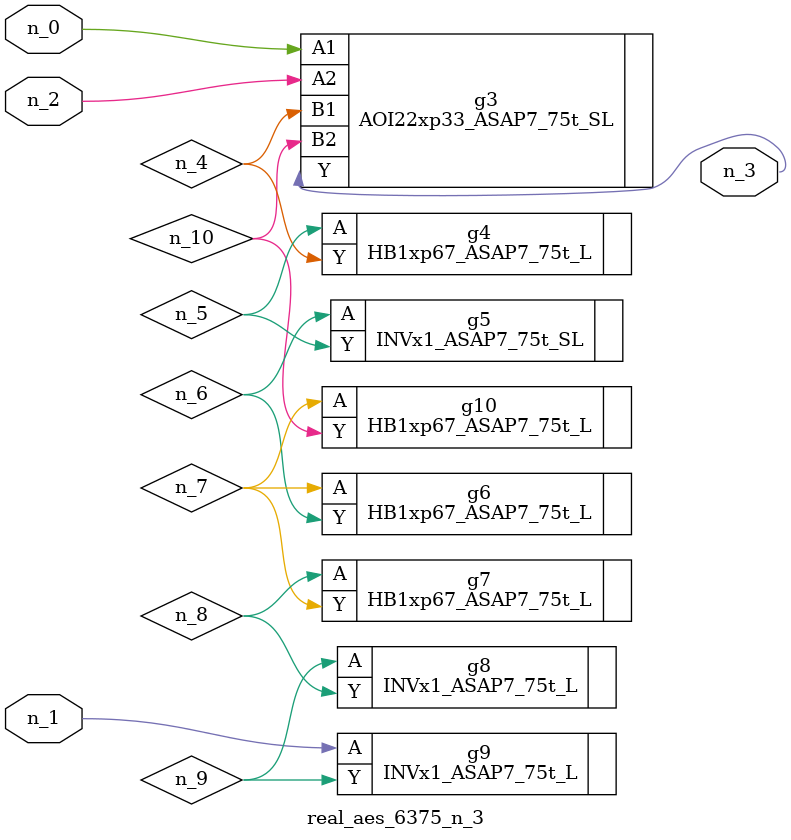
<source format=v>
module real_aes_6375_n_3 (n_0, n_2, n_1, n_3);
input n_0;
input n_2;
input n_1;
output n_3;
wire n_4;
wire n_5;
wire n_7;
wire n_8;
wire n_6;
wire n_9;
wire n_10;
AOI22xp33_ASAP7_75t_SL g3 ( .A1(n_0), .A2(n_2), .B1(n_4), .B2(n_10), .Y(n_3) );
INVx1_ASAP7_75t_L g9 ( .A(n_1), .Y(n_9) );
HB1xp67_ASAP7_75t_L g4 ( .A(n_5), .Y(n_4) );
INVx1_ASAP7_75t_SL g5 ( .A(n_6), .Y(n_5) );
HB1xp67_ASAP7_75t_L g6 ( .A(n_7), .Y(n_6) );
HB1xp67_ASAP7_75t_L g10 ( .A(n_7), .Y(n_10) );
HB1xp67_ASAP7_75t_L g7 ( .A(n_8), .Y(n_7) );
INVx1_ASAP7_75t_L g8 ( .A(n_9), .Y(n_8) );
endmodule
</source>
